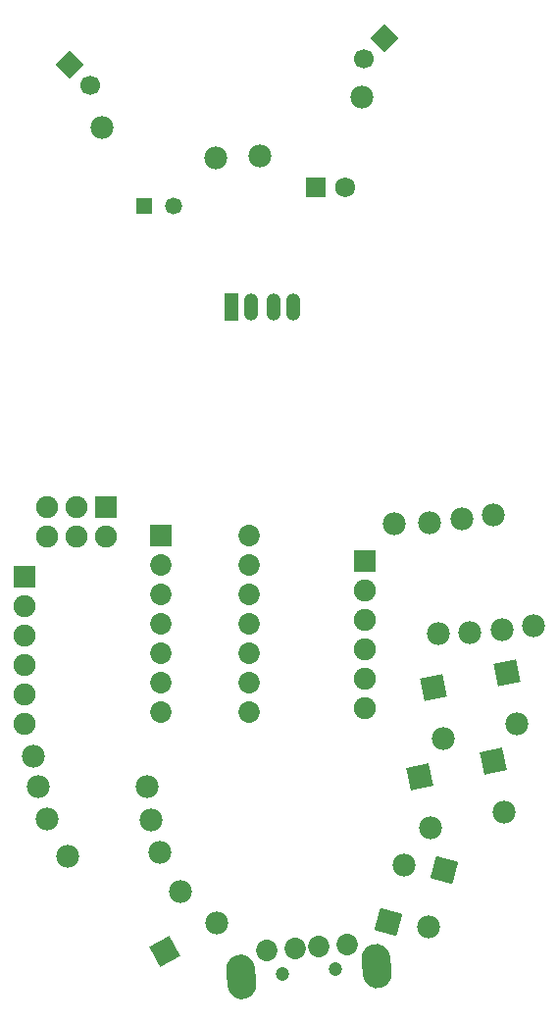
<source format=gbr>
G04 DipTrace 3.3.1.3*
G04 TopMask.gbr*
%MOIN*%
G04 #@! TF.FileFunction,Soldermask,Top*
G04 #@! TF.Part,Single*
%AMOUTLINE1*
4,1,4,
0.047692,0.027535,
0.027535,-0.047692,
-0.047692,-0.027535,
-0.027535,0.047692,
0.047692,0.027535,
0*%
%AMOUTLINE4*
4,1,4,
-0.052819,0.01558,
0.01558,0.052819,
0.052819,-0.01558,
-0.01558,-0.052819,
-0.052819,0.01558,
0*%
%AMOUTLINE7*
4,1,4,
-0.047779,-0.027381,
-0.027381,0.047779,
0.047779,0.027381,
0.027381,-0.047779,
-0.047779,-0.027381,
0*%
%AMOUTLINE10*
4,1,4,
0.0,-0.047331,
-0.047331,0.0,
0.0,0.047331,
0.047331,0.0,
0.0,-0.047331,
0*%
%AMOUTLINE13*
4,1,4,
-0.047331,0.0,
0.0,0.047331,
0.047331,0.0,
0.0,-0.047331,
-0.047331,0.0,
0*%
%AMOUTLINE16*
4,1,4,
-0.030902,-0.045582,
-0.045582,0.030902,
0.030902,0.045582,
0.045582,-0.030902,
-0.030902,-0.045582,
0*%
%AMOUTLINE19*
4,1,4,
-0.030007,-0.046176,
-0.046176,0.030007,
0.030007,0.046176,
0.046176,-0.030007,
-0.030007,-0.046176,
0*%
%AMOUTLINE22*
4,1,16,
-0.046474,-0.031877,
-0.040021,-0.052249,
-0.025056,-0.068134,
-0.004678,-0.075955,
0.017074,-0.074158,
0.035891,-0.063103,
0.048049,-0.044977,
0.051073,-0.023822,
0.046474,0.031877,
0.040021,0.052249,
0.025056,0.068134,
0.004678,0.075955,
-0.017074,0.074158,
-0.035891,0.063103,
-0.048049,0.044977,
-0.051073,0.023822,
-0.046474,-0.031877,
0*%
%AMOUTLINE25*
4,1,16,
-0.046516,-0.031378,
-0.040062,-0.051751,
-0.025096,-0.067637,
-0.004719,-0.075456,
0.017031,-0.07366,
0.03585,-0.062604,
0.048008,-0.044478,
0.051033,-0.023324,
0.046516,0.031378,
0.040062,0.051751,
0.025096,0.067637,
0.004719,0.075456,
-0.017031,0.07366,
-0.03585,0.062604,
-0.048008,0.044478,
-0.051033,0.023324,
-0.046516,-0.031378,
0*%
%ADD37C,0.047244*%
%ADD52C,0.07288*%
%ADD54R,0.07288X0.07288*%
%ADD56C,0.07788*%
%ADD58C,0.074809*%
%ADD60R,0.074809X0.074809*%
%ADD62C,0.066935*%
%ADD66R,0.049219X0.09288*%
%ADD68O,0.049219X0.09288*%
%ADD70R,0.06788X0.06788*%
%ADD72C,0.06788*%
%ADD74R,0.05788X0.05788*%
%ADD76C,0.05788*%
%ADD78C,0.07788*%
%ADD90OUTLINE1*%
%ADD93OUTLINE4*%
%ADD96OUTLINE7*%
%ADD99OUTLINE10*%
%ADD102OUTLINE13*%
%ADD105OUTLINE16*%
%ADD108OUTLINE19*%
%ADD111OUTLINE22*%
%ADD114OUTLINE25*%
%FSLAX26Y26*%
G04*
G70*
G90*
G75*
G01*
G04 TopMask*
%LPD*%
D78*
X1912562Y686451D3*
D90*
X1964326Y879637D3*
D78*
X1190634Y698036D3*
D93*
X1014981Y602401D3*
D76*
X1042791Y3136704D3*
D74*
X942791D3*
D72*
X1629321Y3198396D3*
D70*
X1529321D3*
D68*
X1452020Y2791260D3*
X1308219D3*
D66*
X1239520D3*
D68*
X1383219D3*
D78*
X1826209Y895838D3*
D96*
X1773826Y702819D3*
D99*
X690183Y3615082D3*
D62*
X760894Y3544371D3*
D102*
X1760280Y3705251D3*
D62*
X1689569Y3634540D3*
D60*
X1694146Y1928154D3*
D58*
Y1828154D3*
Y1728154D3*
Y1628154D3*
Y1528154D3*
Y1428154D3*
D60*
X536956Y1874575D3*
D58*
Y1774575D3*
Y1674575D3*
Y1574575D3*
Y1474575D3*
Y1374575D3*
D60*
X813393Y2111254D3*
D58*
Y2011254D3*
X713393Y2111254D3*
Y2011254D3*
X613393Y2111254D3*
Y2011254D3*
D78*
X1188333Y3297645D3*
D56*
X801962Y3401172D3*
D78*
X1338317Y3303894D3*
D56*
X1684726Y3503894D3*
D78*
X968840Y1049573D3*
D56*
X584951Y1161948D3*
D78*
X1794519Y2054025D3*
D56*
X1944419Y1683175D3*
D78*
X1066348Y804263D3*
D56*
X684905Y924683D3*
D78*
X997456Y938123D3*
D56*
X613852Y1051469D3*
D78*
X955333Y1162020D3*
D56*
X569078Y1265981D3*
D78*
X2131983Y2085272D3*
D56*
X2268792Y1709396D3*
D78*
X2025745Y2072773D3*
D56*
X2162553Y1696897D3*
D78*
X1913256Y2060275D3*
D56*
X2050065Y1684398D3*
D105*
X1926462Y1500309D3*
D78*
X1959860Y1326286D3*
X2211222Y1374544D3*
D105*
X2177874Y1548560D3*
D108*
X1879864Y1195256D3*
D78*
X1916650Y1021918D3*
X2167024Y1075070D3*
D108*
X2130286Y1248402D3*
D54*
X1000852Y2016529D3*
D52*
Y1916529D3*
Y1816529D3*
Y1716529D3*
Y1616529D3*
Y1516529D3*
Y1416529D3*
X1300852D3*
Y1516529D3*
Y1616529D3*
Y1716529D3*
Y1816529D3*
Y1916529D3*
Y2016529D3*
X1458267Y612449D3*
X1536739Y618928D3*
X1634833Y627077D3*
X1360175Y604351D3*
D111*
X1274784Y514368D3*
D114*
X1733823Y552270D3*
D37*
X1594550Y540743D3*
X1414062Y525842D3*
M02*

</source>
